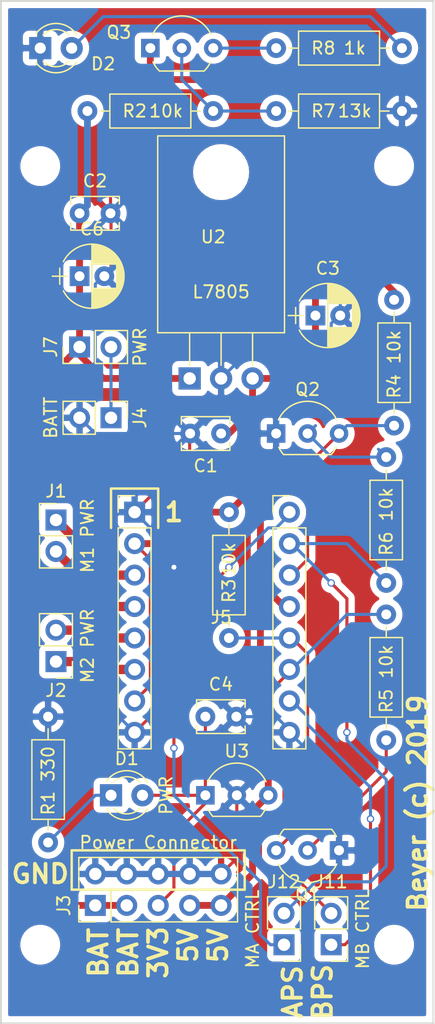
<source format=kicad_pcb>
(kicad_pcb (version 20171130) (host pcbnew "(5.1.4)-1")
  (layers (0 F.Cu signal hide) (31 B.Cu signal hide) (34 B.Paste user) (35 F.Paste user) (36 B.SilkS user) (37 F.SilkS user) (38 B.Mask user) (39 F.Mask user) (44 Edge.Cuts user))
  (net 0 "")
  (net 1 GND)
  (net 2 +5V)
  (net 3 +3V3)
  (net 4 "Net-(D1-Pad1)")
  (net 5 BPWM)
  (net 6 B2)
  (net 7 APWM)
  (net 8 A2)
  (net 9 B1)
  (net 10 A1)
  (net 11 "Net-(Q1-Pad2)")
  (net 12 "Net-(Q2-Pad2)")
  (net 13 +BATT)
  (net 14 "Net-(J1-Pad1)")
  (net 15 "Net-(J1-Pad2)")
  (net 16 "Net-(J2-Pad1)")
  (net 17 "Net-(J2-Pad2)")
  (net 18 "Net-(J4-Pad1)")
  (net 19 "Net-(D2-Pad2)")
  (net 20 "Net-(Q3-Pad3)")
  (net 21 "Net-(Q3-Pad2)")
  (module "" (layer F.Cu) (at 102.87 27.94)
    (fp_text reference "" (at 107.95 22.86) (layer F.SilkS) (effects (font (size 1.27 1.27))))
    (fp_text value "" (at 107.95 22.86) (layer F.SilkS) (effects (font (size 1.27 1.27))))
  )
  (module "" (layer F.Cu) (at 96.52 27.94)
    (fp_text reference "" (at 107.95 22.86) (layer F.SilkS) (effects (font (size 1.27 1.27))))
    (fp_text value "" (at 107.95 22.86) (layer F.SilkS) (effects (font (size 1.27 1.27))))
    (fp_text user 10k (at 12.7 0) (layer F.SilkS))
  )
  (module Package_TO_SOT_THT:TO-92_Inline_Wide (layer F.Cu) (at 107.95 22.86)
    (fp_text reference Q3 (at -2.54 -1.27) (layer F.SilkS))
    (fp_text value 2N3906)
    (pad 1 thru_hole rect (at 0 0 90) (size 1.5 1.5) (drill 0.8) (layers *.Cu *.Mask) (net 2 +5V))
    (pad 3 thru_hole circle (at 5.08 0 90) (size 1.5 1.5) (drill 0.8) (layers *.Cu *.Mask) (net 20 "Net-(Q3-Pad3)"))
    (pad 2 thru_hole circle (at 2.54 0 90) (size 1.5 1.5) (drill 0.8) (layers *.Cu *.Mask) (net 21 "Net-(Q3-Pad2)"))
  )
  (module Resistor_THT:R_Axial_DIN0207_L6.3mm_D2.5mm_P10.16mm_Horizontal (layer F.Cu) (at 118.11 22.86)
    (fp_text reference R8 (at 3.81 0) (layer F.SilkS))
    (fp_text value 1k)
    (pad 2 thru_hole oval (at 10.16 0) (size 1.6 1.6) (drill 0.8) (layers *.Cu *.Mask) (net 19 "Net-(D2-Pad2)"))
    (pad 1 thru_hole circle (at 0 0) (size 1.6 1.6) (drill 0.8) (layers *.Cu *.Mask) (net 20 "Net-(Q3-Pad3)"))
  )
  (module Resistor_THT:R_Axial_DIN0207_L6.3mm_D2.5mm_P10.16mm_Horizontal (layer F.Cu) (at 118.11 27.94)
    (fp_text reference R7 (at 3.81 0) (layer F.SilkS))
    (fp_text value 13k)
    (pad 2 thru_hole oval (at 10.16 0) (size 1.6 1.6) (drill 0.8) (layers *.Cu *.Mask) (net 1 GND))
    (pad 1 thru_hole circle (at 0 0) (size 1.6 1.6) (drill 0.8) (layers *.Cu *.Mask) (net 21 "Net-(Q3-Pad2)"))
  )
  (module Resistor_THT:R_Axial_DIN0207_L6.3mm_D2.5mm_P10.16mm_Horizontal (layer F.Cu) (at 102.87 27.94)
    (fp_text reference R2 (at 3.81 0) (layer F.SilkS))
    (fp_text value 10k)
    (pad 2 thru_hole oval (at 10.16 0) (size 1.6 1.6) (drill 0.8) (layers *.Cu *.Mask) (net 21 "Net-(Q3-Pad2)"))
    (pad 1 thru_hole circle (at 0 0) (size 1.6 1.6) (drill 0.8) (layers *.Cu *.Mask) (net 13 +BATT))
  )
  (module LED_THT:LED_D3.0mm (layer F.Cu) (at 99.06 22.86)
    (fp_text reference D2 (at 5.08 1.27) (layer F.SilkS))
    (fp_text value LED)
    (pad 2 thru_hole circle (at 2.54 0) (size 1.8 1.8) (drill 0.9) (layers *.Cu *.Mask) (net 19 "Net-(D2-Pad2)"))
    (pad 1 thru_hole rect (at 0 0) (size 1.8 1.8) (drill 0.9) (layers *.Cu *.Mask) (net 1 GND))
  )
  (module Package_TO_SOT_THT:TO-92L_Inline_Wide (layer F.Cu) (at 112.395 83.185)
    (fp_text reference U3 (at 2.54 -3.56) (layer F.SilkS))
    (fp_text value L78L33_TO92)
    (pad 1 thru_hole rect (at 0 0 90) (size 1.5 1.5) (drill 0.8) (layers *.Cu *.Mask) (net 3 +3V3))
    (pad 3 thru_hole circle (at 5.08 0 90) (size 1.5 1.5) (drill 0.8) (layers *.Cu *.Mask) (net 2 +5V))
    (pad 2 thru_hole circle (at 2.54 0 90) (size 1.5 1.5) (drill 0.8) (layers *.Cu *.Mask) (net 1 GND))
  )
  (module Package_TO_SOT_THT:TO-92L_Inline_Wide (layer F.Cu) (at 118.11 53.975)
    (fp_text reference Q2 (at 2.54 -3.56) (layer F.SilkS))
    (fp_text value 2N3904)
    (pad 1 thru_hole rect (at 0 0 90) (size 1.5 1.5) (drill 0.8) (layers *.Cu *.Mask) (net 1 GND))
    (pad 3 thru_hole circle (at 5.08 0 90) (size 1.5 1.5) (drill 0.8) (layers *.Cu *.Mask) (net 10 A1))
    (pad 2 thru_hole circle (at 2.54 0 90) (size 1.5 1.5) (drill 0.8) (layers *.Cu *.Mask) (net 12 "Net-(Q2-Pad2)"))
  )
  (module Package_TO_SOT_THT:TO-92L_Inline_Wide (layer F.Cu) (at 123.19 87.63 180)
    (fp_text reference Q1 (at 2.54 -3.56) (layer F.SilkS))
    (fp_text value 2N3904)
    (pad 1 thru_hole rect (at 0 0 270) (size 1.5 1.5) (drill 0.8) (layers *.Cu *.Mask) (net 1 GND))
    (pad 3 thru_hole circle (at 5.08 0 270) (size 1.5 1.5) (drill 0.8) (layers *.Cu *.Mask) (net 9 B1))
    (pad 2 thru_hole circle (at 2.54 0 270) (size 1.5 1.5) (drill 0.8) (layers *.Cu *.Mask) (net 11 "Net-(Q1-Pad2)"))
  )
  (module Capacitors_THT:C_Disc_D3.8mm_W2.6mm_P2.50mm (layer F.Cu) (at 112.395 76.835)
    (fp_text reference C4 (at 1.25 -2.61) (layer F.SilkS))
    (fp_text value 0.1uF)
    (pad 1 thru_hole circle (at 0 0) (size 1.6 1.6) (drill 0.8) (layers *.Cu *.Mask) (net 3 +3V3))
    (pad 2 thru_hole circle (at 2.5 0) (size 1.6 1.6) (drill 0.8) (layers *.Cu *.Mask) (net 1 GND))
  )
  (module Pin_Headers:Pin_Header_Straight_1x02_Pitch2.54mm (layer F.Cu) (at 100.33 60.96)
    (fp_text reference J1 (at 0 -2.33) (layer F.SilkS))
    (fp_text value "M1 PWR" (at 2.54 1.27 90) (layer F.SilkS))
    (pad 1 thru_hole rect (at 0 0) (size 1.7 1.7) (drill 1) (layers *.Cu *.Mask) (net 14 "Net-(J1-Pad1)"))
    (pad 2 thru_hole oval (at 0 2.54) (size 1.7 1.7) (drill 1) (layers *.Cu *.Mask) (net 15 "Net-(J1-Pad2)"))
  )
  (module Pin_Headers:Pin_Header_Straight_1x02_Pitch2.54mm (layer F.Cu) (at 100.33 72.39 180)
    (fp_text reference J2 (at 0 -2.33 180) (layer F.SilkS))
    (fp_text value "M2 PWR" (at -2.54 1.27 270) (layer F.SilkS))
    (pad 1 thru_hole rect (at 0 0 180) (size 1.7 1.7) (drill 1) (layers *.Cu *.Mask) (net 16 "Net-(J2-Pad1)"))
    (pad 2 thru_hole oval (at 0 2.54 180) (size 1.7 1.7) (drill 1) (layers *.Cu *.Mask) (net 17 "Net-(J2-Pad2)"))
  )
  (module TO_SOT_Packages_THT:TO-220-3_Horizontal (layer F.Cu) (at 111.125 49.53)
    (fp_text reference U2 (at 1.905 -11.43) (layer F.SilkS))
    (fp_text value L7805 (at 2.54 -6.985) (layer F.SilkS))
    (pad 0 np_thru_hole oval (at 2.54 -16.66) (size 3.5 3.5) (drill 3.5) (layers *.Cu *.Mask))
    (pad 1 thru_hole rect (at 0 0) (size 1.8 1.8) (drill 1) (layers *.Cu *.Mask) (net 13 +BATT))
    (pad 2 thru_hole oval (at 2.54 0) (size 1.8 1.8) (drill 1) (layers *.Cu *.Mask) (net 1 GND))
    (pad 3 thru_hole oval (at 5.08 0) (size 1.8 1.8) (drill 1) (layers *.Cu *.Mask) (net 2 +5V))
  )
  (module Capacitors_THT:CP_Radial_D5.0mm_P2.00mm (layer F.Cu) (at 102.235 41.275)
    (fp_text reference C6 (at 1 -3.81) (layer F.SilkS))
    (fp_text value 33uF)
    (pad 1 thru_hole rect (at 0 0) (size 1.6 1.6) (drill 0.8) (layers *.Cu *.Mask) (net 13 +BATT))
    (pad 2 thru_hole circle (at 2 0) (size 1.6 1.6) (drill 0.8) (layers *.Cu *.Mask) (net 1 GND))
  )
  (module LEDs:LED_D3.0mm (layer F.Cu) (at 104.775 83.185)
    (fp_text reference D1 (at 1.27 -2.96) (layer F.SilkS))
    (fp_text value PWR (at 4.445 0 90) (layer F.SilkS))
    (pad 1 thru_hole rect (at 0 0) (size 1.8 1.8) (drill 0.9) (layers *.Cu *.Mask) (net 4 "Net-(D1-Pad1)"))
    (pad 2 thru_hole circle (at 2.54 0) (size 1.8 1.8) (drill 0.9) (layers *.Cu *.Mask) (net 3 +3V3))
  )
  (module Pin_Headers:Pin_Header_Straight_1x02_Pitch2.54mm (layer F.Cu) (at 122.555 95.25 180)
    (fp_text reference J11 (at 0 5.08 180) (layer F.SilkS))
    (fp_text value "MB CTRL" (at -2.54 1.27 270) (layer F.SilkS))
    (pad 1 thru_hole rect (at 0 0 180) (size 1.7 1.7) (drill 1) (layers *.Cu *.Mask) (net 5 BPWM))
    (pad 2 thru_hole oval (at 0 2.54 180) (size 1.7 1.7) (drill 1) (layers *.Cu *.Mask) (net 6 B2))
  )
  (module Pin_Headers:Pin_Header_Straight_1x02_Pitch2.54mm (layer F.Cu) (at 118.745 95.25 180)
    (fp_text reference J12 (at 0 5.08 180) (layer F.SilkS))
    (fp_text value "MA CTRL" (at 2.54 1.27 270) (layer F.SilkS))
    (pad 1 thru_hole rect (at 0 0 180) (size 1.7 1.7) (drill 1) (layers *.Cu *.Mask) (net 7 APWM))
    (pad 2 thru_hole oval (at 0 2.54 180) (size 1.7 1.7) (drill 1) (layers *.Cu *.Mask) (net 8 A2))
  )
  (module Capacitors_THT:C_Disc_D3.8mm_W2.6mm_P2.50mm (layer F.Cu) (at 113.665 53.975 180)
    (fp_text reference C1 (at 1.25 -2.61 180) (layer F.SilkS))
    (fp_text value 0.1uF)
    (pad 1 thru_hole circle (at 0 0 180) (size 1.6 1.6) (drill 0.8) (layers *.Cu *.Mask) (net 2 +5V))
    (pad 2 thru_hole circle (at 2.5 0 180) (size 1.6 1.6) (drill 0.8) (layers *.Cu *.Mask) (net 1 GND))
  )
  (module Capacitors_THT:C_Disc_D3.8mm_W2.6mm_P2.50mm (layer F.Cu) (at 102.235 36.195)
    (fp_text reference C2 (at 1.25 -2.61) (layer F.SilkS))
    (fp_text value 0.1uF)
    (pad 1 thru_hole circle (at 0 0) (size 1.6 1.6) (drill 0.8) (layers *.Cu *.Mask) (net 13 +BATT))
    (pad 2 thru_hole circle (at 2.5 0) (size 1.6 1.6) (drill 0.8) (layers *.Cu *.Mask) (net 1 GND))
  )
  (module Capacitors_THT:CP_Radial_D5.0mm_P2.00mm (layer F.Cu) (at 121.285 44.45)
    (fp_text reference C3 (at 1 -3.81) (layer F.SilkS))
    (fp_text value 10uF)
    (pad 1 thru_hole rect (at 0 0) (size 1.6 1.6) (drill 0.8) (layers *.Cu *.Mask) (net 2 +5V))
    (pad 2 thru_hole circle (at 2 0) (size 1.6 1.6) (drill 0.8) (layers *.Cu *.Mask) (net 1 GND))
  )
  (module Pin_Headers:Pin_Header_Straight_2x05_Pitch2.54mm (layer F.Cu) (at 103.505 92.075 90)
    (fp_text reference J3 (at 0 -2.54 90) (layer F.SilkS))
    (fp_text value "Power Connector" (at 5.08 5.08 180) (layer F.SilkS))
    (pad 1 thru_hole rect (at 0 0 90) (size 1.7 1.7) (drill 1) (layers *.Cu *.Mask) (net 13 +BATT))
    (pad 2 thru_hole oval (at 2.54 0 90) (size 1.7 1.7) (drill 1) (layers *.Cu *.Mask) (net 1 GND))
    (pad 3 thru_hole oval (at 0 2.54 90) (size 1.7 1.7) (drill 1) (layers *.Cu *.Mask) (net 13 +BATT))
    (pad 4 thru_hole oval (at 2.54 2.54 90) (size 1.7 1.7) (drill 1) (layers *.Cu *.Mask) (net 1 GND))
    (pad 5 thru_hole oval (at 0 5.08 90) (size 1.7 1.7) (drill 1) (layers *.Cu *.Mask) (net 3 +3V3))
    (pad 6 thru_hole oval (at 2.54 5.08 90) (size 1.7 1.7) (drill 1) (layers *.Cu *.Mask) (net 1 GND))
    (pad 7 thru_hole oval (at 0 7.62 90) (size 1.7 1.7) (drill 1) (layers *.Cu *.Mask) (net 2 +5V))
    (pad 8 thru_hole oval (at 2.54 7.62 90) (size 1.7 1.7) (drill 1) (layers *.Cu *.Mask) (net 1 GND))
    (pad 9 thru_hole oval (at 0 10.16 90) (size 1.7 1.7) (drill 1) (layers *.Cu *.Mask) (net 2 +5V))
    (pad 10 thru_hole oval (at 2.54 10.16 90) (size 1.7 1.7) (drill 1) (layers *.Cu *.Mask) (net 1 GND))
  )
  (module Pin_Headers:Pin_Header_Straight_1x02_Pitch2.54mm (layer F.Cu) (at 104.775 52.705 270)
    (fp_text reference J4 (at 0 -2.33 270) (layer F.SilkS))
    (fp_text value BATT (at 0 4.87 270) (layer F.SilkS))
    (pad 1 thru_hole rect (at 0 0 270) (size 1.7 1.7) (drill 1) (layers *.Cu *.Mask) (net 18 "Net-(J4-Pad1)"))
    (pad 2 thru_hole oval (at 0 2.54 270) (size 1.7 1.7) (drill 1) (layers *.Cu *.Mask) (net 1 GND))
  )
  (module Mounting_Holes:MountingHole_2.2mm_M2 (layer F.Cu) (at 127.635 32.385)
    (fp_text reference "" (at 0 -3.2) (layer F.SilkS))
    (fp_text value "")
    (pad 1 np_thru_hole circle (at 0 0) (size 2.2 2.2) (drill 2.2) (layers *.Cu *.Mask))
  )
  (module Mounting_Holes:MountingHole_2.2mm_M2 (layer F.Cu) (at 99.06 32.385)
    (fp_text reference "" (at 0 -3.2) (layer F.SilkS))
    (fp_text value "")
    (pad 1 np_thru_hole circle (at 0 0) (size 2.2 2.2) (drill 2.2) (layers *.Cu *.Mask))
  )
  (module Mounting_Holes:MountingHole_2.2mm_M2 (layer F.Cu) (at 127.635 95.25)
    (fp_text reference "" (at 0 -3.2) (layer F.SilkS))
    (fp_text value "")
    (pad 1 np_thru_hole circle (at 0 0) (size 2.2 2.2) (drill 2.2) (layers *.Cu *.Mask))
  )
  (module Mounting_Holes:MountingHole_2.2mm_M2 (layer F.Cu) (at 99.06 95.25)
    (fp_text reference "" (at 0 -3.2) (layer F.SilkS))
    (fp_text value "")
    (pad 1 np_thru_hole circle (at 0 0) (size 2.2 2.2) (drill 2.2) (layers *.Cu *.Mask))
  )
  (module Pin_Headers:Pin_Header_Straight_1x02_Pitch2.54mm (layer F.Cu) (at 102.235 46.99 90)
    (fp_text reference J7 (at 0 -2.33 90) (layer F.SilkS))
    (fp_text value PWR (at 0 4.87 90) (layer F.SilkS))
    (pad 1 thru_hole rect (at 0 0 90) (size 1.7 1.7) (drill 1) (layers *.Cu *.Mask) (net 13 +BATT))
    (pad 2 thru_hole oval (at 0 2.54 90) (size 1.7 1.7) (drill 1) (layers *.Cu *.Mask) (net 18 "Net-(J4-Pad1)"))
  )
  (module bob:Pololu_TB6612 (layer F.Cu) (at 106.68 60.325)
    (fp_text reference J5 (at 7 8.5) (layer F.SilkS))
    (fp_text value TB6612_Motor_Driver)
    (pad 9 thru_hole oval (at 12.5 17.78) (size 1.7 1.7) (drill 1) (layers *.Cu *.Mask) (net 1 GND))
    (pad 10 thru_hole oval (at 12.5 15.24) (size 1.7 1.7) (drill 1) (layers *.Cu *.Mask) (net 5 BPWM))
    (pad 11 thru_hole oval (at 12.5 12.7) (size 1.7 1.7) (drill 1) (layers *.Cu *.Mask) (net 6 B2))
    (pad 12 thru_hole oval (at 12.5 10.16) (size 1.7 1.7) (drill 1) (layers *.Cu *.Mask) (net 9 B1))
    (pad 13 thru_hole oval (at 12.5 7.62) (size 1.7 1.7) (drill 1) (layers *.Cu *.Mask) (net 2 +5V))
    (pad 14 thru_hole oval (at 12.5 5.08) (size 1.7 1.7) (drill 1) (layers *.Cu *.Mask) (net 10 A1))
    (pad 15 thru_hole oval (at 12.5 2.54) (size 1.7 1.7) (drill 1) (layers *.Cu *.Mask) (net 8 A2))
    (pad 16 thru_hole circle (at 12.5 0) (size 1.7 1.7) (drill 1) (layers *.Cu *.Mask) (net 7 APWM))
    (pad 1 thru_hole rect (at 0 0) (size 1.7 1.7) (drill 1) (layers *.Cu *.Mask) (net 1 GND))
    (pad 2 thru_hole oval (at 0 2.54) (size 1.7 1.7) (drill 1) (layers *.Cu *.Mask) (net 2 +5V))
    (pad 3 thru_hole oval (at 0 5.08) (size 1.7 1.7) (drill 1) (layers *.Cu *.Mask) (net 14 "Net-(J1-Pad1)"))
    (pad 4 thru_hole oval (at 0 7.62) (size 1.7 1.7) (drill 1) (layers *.Cu *.Mask) (net 15 "Net-(J1-Pad2)"))
    (pad 5 thru_hole oval (at 0 10.16) (size 1.7 1.7) (drill 1) (layers *.Cu *.Mask) (net 17 "Net-(J2-Pad2)"))
    (pad 6 thru_hole oval (at 0 12.7) (size 1.7 1.7) (drill 1) (layers *.Cu *.Mask) (net 16 "Net-(J2-Pad1)"))
    (pad 7 thru_hole oval (at 0 15.24) (size 1.7 1.7) (drill 1) (layers *.Cu *.Mask) (net 2 +5V))
    (pad 8 thru_hole oval (at 0 17.78) (size 1.7 1.7) (drill 1) (layers *.Cu *.Mask) (net 1 GND))
  )
  (module Resistors_THT:R_Axial_DIN0207_L6.3mm_D2.5mm_P10.16mm_Horizontal (layer F.Cu) (at 99.695 86.995 90)
    (fp_text reference R1 (at 3.175 0 90) (layer F.SilkS))
    (fp_text value 330 (at 6.35 0 90) (layer F.SilkS))
    (pad 1 thru_hole circle (at 0 0 90) (size 1.6 1.6) (drill 0.8) (layers *.Cu *.Mask) (net 4 "Net-(D1-Pad1)"))
    (pad 2 thru_hole oval (at 10.16 0 90) (size 1.6 1.6) (drill 0.8) (layers *.Cu *.Mask) (net 1 GND))
  )
  (module Resistors_THT:R_Axial_DIN0207_L6.3mm_D2.5mm_P10.16mm_Horizontal (layer F.Cu) (at 114.3 70.485 90)
    (fp_text reference R3 (at 3.81 0 90) (layer F.SilkS))
    (fp_text value 10k (at 6.35 0 90) (layer F.SilkS))
    (pad 1 thru_hole circle (at 0 0 90) (size 1.6 1.6) (drill 0.8) (layers *.Cu *.Mask) (net 9 B1))
    (pad 2 thru_hole oval (at 10.16 0 90) (size 1.6 1.6) (drill 0.8) (layers *.Cu *.Mask) (net 2 +5V))
  )
  (module Resistors_THT:R_Axial_DIN0207_L6.3mm_D2.5mm_P10.16mm_Horizontal (layer F.Cu) (at 127.635 53.34 90)
    (fp_text reference R4 (at 3.175 0 90) (layer F.SilkS))
    (fp_text value 10k (at 6.35 0 90) (layer F.SilkS))
    (pad 1 thru_hole circle (at 0 0 90) (size 1.6 1.6) (drill 0.8) (layers *.Cu *.Mask) (net 10 A1))
    (pad 2 thru_hole oval (at 10.16 0 90) (size 1.6 1.6) (drill 0.8) (layers *.Cu *.Mask) (net 2 +5V))
  )
  (module Resistors_THT:R_Axial_DIN0207_L6.3mm_D2.5mm_P10.16mm_Horizontal (layer F.Cu) (at 127 68.58 270)
    (fp_text reference R5 (at 6.985 0 270) (layer F.SilkS))
    (fp_text value 10k (at 3.81 0 270) (layer F.SilkS))
    (pad 1 thru_hole circle (at 0 0 270) (size 1.6 1.6) (drill 0.8) (layers *.Cu *.Mask) (net 6 B2))
    (pad 2 thru_hole oval (at 10.16 0 270) (size 1.6 1.6) (drill 0.8) (layers *.Cu *.Mask) (net 11 "Net-(Q1-Pad2)"))
  )
  (module Resistors_THT:R_Axial_DIN0207_L6.3mm_D2.5mm_P10.16mm_Horizontal (layer F.Cu) (at 127 66.04 90)
    (fp_text reference R6 (at 3.175 0 90) (layer F.SilkS))
    (fp_text value 10k (at 6.35 0 90) (layer F.SilkS))
    (pad 1 thru_hole circle (at 0 0 90) (size 1.6 1.6) (drill 0.8) (layers *.Cu *.Mask) (net 8 A2))
    (pad 2 thru_hole oval (at 10.16 0 90) (size 1.6 1.6) (drill 0.8) (layers *.Cu *.Mask) (net 12 "Net-(Q2-Pad2)"))
  )
  (gr_text "Beyer (c) 2019" (at 129.54 83.82 90) (layer F.SilkS) (effects (font (size 1.5 1.5) (thickness 0.3))))
  (gr_text 1k (at 124.46 22.86) (layer F.SilkS) (effects (font (size 1 1))))
  (gr_text "13k\n" (at 124.46 27.94) (layer F.SilkS) (effects (font (size 1 1))))
  (gr_text GND (at 99.06 89.535) (layer F.SilkS) (effects (font (size 1.5 1.5) (thickness 0.3))))
  (gr_line (start 101.6 87.63) (end 101.6 90.805) (angle 90) (layer F.SilkS) (width 0.2))
  (gr_line (start 115.57 87.63) (end 101.6 87.63) (angle 90) (layer F.SilkS) (width 0.2))
  (gr_line (start 115.57 90.805) (end 115.57 87.63) (angle 90) (layer F.SilkS) (width 0.2))
  (gr_line (start 101.6 90.805) (end 115.57 90.805) (angle 90) (layer F.SilkS) (width 0.2))
  (gr_text 1 (at 109.855 60.325) (layer F.SilkS) (effects (font (size 1.5 1.5) (thickness 0.3))))
  (gr_line (start 104.775 58.42) (end 104.775 61.595) (angle 90) (layer F.SilkS) (width 0.2))
  (gr_line (start 108.585 58.42) (end 108.585 61.595) (angle 90) (layer F.SilkS) (width 0.2))
  (gr_line (start 104.775 58.42) (end 108.585 58.42) (angle 90) (layer F.SilkS) (width 0.2))
  (gr_text "APS\nBPS" (at 120.65 99.06 90) (layer F.SilkS) (effects (font (size 1.5 1.5) (thickness 0.3))))
  (gr_text "BAT\nBAT\n3V3\n 5V\n 5V" (at 108.585 95.885 90) (layer F.SilkS) (effects (font (size 1.5 1.5) (thickness 0.3))))
  (gr_line (start 95.885 93.98) (end 95.885 101.6) (angle 90) (layer Edge.Cuts) (width 0.15))
  (gr_line (start 130.81 93.98) (end 130.81 101.6) (angle 90) (layer Edge.Cuts) (width 0.15))
  (gr_line (start 95.885 19.05) (end 130.81 19.05) (angle 90) (layer Edge.Cuts) (width 0.15))
  (gr_line (start 130.81 93.98) (end 130.81 77.47) (angle 90) (layer Edge.Cuts) (width 0.15))
  (gr_line (start 95.885 101.6) (end 130.81 101.6) (angle 90) (layer Edge.Cuts) (width 0.15))
  (gr_line (start 95.885 77.47) (end 95.885 93.98) (angle 90) (layer Edge.Cuts) (width 0.15))
  (gr_line (start 95.885 19.05) (end 95.885 77.47) (angle 90) (layer Edge.Cuts) (width 0.15))
  (gr_line (start 130.81 19.05) (end 130.81 77.47) (angle 90) (layer Edge.Cuts) (width 0.15))
  (segment (start 113.665 49.53) (end 117.475 45.72) (width 0.25) (layer B.Cu) (net 1))
  (segment (start 117.475 45.72) (end 122.555 45.72) (width 0.25) (layer B.Cu) (net 1))
  (segment (start 122.555 45.72) (end 122.555 45.085) (width 0.25) (layer B.Cu) (net 1))
  (segment (start 122.555 45.085) (end 123.19 44.45) (width 0.25) (layer B.Cu) (net 1))
  (segment (start 123.19 44.45) (end 123.285 44.45) (width 0.25) (layer B.Cu) (net 1))
  (segment (start 106.68 60.325) (end 111.125 55.88) (width 0.25) (layer F.Cu) (net 1))
  (segment (start 111.125 55.88) (end 111.125 53.975) (width 0.25) (layer F.Cu) (net 1))
  (segment (start 111.125 53.975) (end 111.165 53.975) (width 0.25) (layer F.Cu) (net 1))
  (segment (start 119.18 78.105) (end 119.38 78.105) (width 0.25) (layer B.Cu) (net 1))
  (segment (start 102.235 52.705) (end 102.235 49.53) (width 0.25) (layer B.Cu) (net 1))
  (segment (start 102.235 49.53) (end 103.505 48.26) (width 0.25) (layer B.Cu) (net 1))
  (segment (start 103.505 48.26) (end 103.505 41.91) (width 0.25) (layer B.Cu) (net 1))
  (segment (start 103.505 41.91) (end 104.14 41.275) (width 0.25) (layer B.Cu) (net 1))
  (segment (start 104.14 41.275) (end 104.235 41.275) (width 0.25) (layer B.Cu) (net 1))
  (segment (start 106.68 78.105) (end 109.855 74.93) (width 0.25) (layer F.Cu) (net 1))
  (segment (start 109.855 74.93) (end 109.855 64.77) (width 0.25) (layer F.Cu) (net 1))
  (via (at 109.855 64.77) (size 0.6) (layers F.Cu B.Cu) (net 1))
  (segment (start 109.855 64.77) (end 109.855 63.5) (width 0.25) (layer B.Cu) (net 1))
  (segment (start 109.855 63.5) (end 106.68 60.325) (width 0.25) (layer B.Cu) (net 1))
  (segment (start 111.165 53.975) (end 111.125 53.975) (width 0.25) (layer F.Cu) (net 1))
  (segment (start 111.125 53.975) (end 113.665 51.435) (width 0.25) (layer F.Cu) (net 1))
  (segment (start 113.665 51.435) (end 113.665 49.53) (width 0.25) (layer F.Cu) (net 1))
  (segment (start 111.165 53.975) (end 103.505 53.975) (width 0.25) (layer B.Cu) (net 1))
  (segment (start 103.505 53.975) (end 102.235 52.705) (width 0.25) (layer B.Cu) (net 1))
  (segment (start 114.895 76.835) (end 114.935 76.835) (width 0.25) (layer B.Cu) (net 1))
  (segment (start 114.935 76.835) (end 113.665 78.105) (width 0.25) (layer B.Cu) (net 1))
  (segment (start 113.665 78.105) (end 106.68 78.105) (width 0.25) (layer B.Cu) (net 1))
  (segment (start 106.68 78.105) (end 105.41 76.835) (width 0.25) (layer B.Cu) (net 1))
  (segment (start 105.41 76.835) (end 99.695 76.835) (width 0.25) (layer B.Cu) (net 1))
  (segment (start 114.895 76.835) (end 114.935 76.835) (width 0.25) (layer F.Cu) (net 1))
  (segment (start 114.935 76.835) (end 113.665 78.105) (width 0.25) (layer F.Cu) (net 1))
  (segment (start 119.18 78.105) (end 119.38 78.105) (width 0.25) (layer B.Cu) (net 1))
  (segment (start 119.38 78.105) (end 118.11 76.835) (width 0.25) (layer B.Cu) (net 1))
  (segment (start 118.11 76.835) (end 114.895 76.835) (width 0.25) (layer B.Cu) (net 1))
  (segment (start 111.165 53.975) (end 111.125 53.975) (width 0.25) (layer B.Cu) (net 1))
  (segment (start 111.125 53.975) (end 112.395 52.705) (width 0.25) (layer B.Cu) (net 1))
  (segment (start 112.395 52.705) (end 114.935 52.705) (width 0.25) (layer B.Cu) (net 1))
  (segment (start 114.935 52.705) (end 116.205 53.975) (width 0.25) (layer B.Cu) (net 1))
  (segment (start 116.205 53.975) (end 118.11 53.975) (width 0.25) (layer B.Cu) (net 1))
  (segment (start 104.235 41.275) (end 104.14 41.275) (width 0.25) (layer F.Cu) (net 1))
  (segment (start 104.14 41.275) (end 104.775 40.64) (width 0.25) (layer F.Cu) (net 1))
  (segment (start 104.775 40.64) (end 104.775 36.195) (width 0.25) (layer F.Cu) (net 1))
  (segment (start 104.775 36.195) (end 104.735 36.195) (width 0.25) (layer F.Cu) (net 1))
  (segment (start 111.125 89.535) (end 108.585 89.535) (width 0.25) (layer B.Cu) (net 1))
  (segment (start 108.585 89.535) (end 106.045 89.535) (width 0.25) (layer B.Cu) (net 1))
  (segment (start 106.045 89.535) (end 103.505 89.535) (width 0.25) (layer B.Cu) (net 1))
  (segment (start 113.665 89.535) (end 111.125 89.535) (width 0.25) (layer B.Cu) (net 1))
  (segment (start 119.38 78.105) (end 119.38 78.74) (width 0.25) (layer B.Cu) (net 1))
  (segment (start 123.19 82.115) (end 123.19 87.63) (width 0.25) (layer B.Cu) (net 1))
  (segment (start 119.18 78.105) (end 123.19 82.115) (width 0.25) (layer B.Cu) (net 1))
  (segment (start 113.665 81.915) (end 114.935 83.185) (width 0.25) (layer F.Cu) (net 1))
  (segment (start 113.665 78.105) (end 113.665 81.915) (width 0.25) (layer F.Cu) (net 1))
  (segment (start 114.935 88.265) (end 113.665 89.535) (width 0.25) (layer F.Cu) (net 1))
  (segment (start 114.935 83.185) (end 114.935 88.265) (width 0.25) (layer F.Cu) (net 1))
  (segment (start 123.285 44.45) (end 123.285 32.925) (width 0.25) (layer B.Cu) (net 1))
  (segment (start 99.06 22.86) (end 99.06 27.94) (width 0.25) (layer F.Cu) (net 1))
  (segment (start 104.735 33.615) (end 104.735 36.195) (width 0.25) (layer F.Cu) (net 1))
  (segment (start 99.06 27.94) (end 104.735 33.615) (width 0.25) (layer F.Cu) (net 1))
  (segment (start 128.27 27.94) (end 125.73 27.94) (width 0.25) (layer B.Cu) (net 1))
  (segment (start 123.285 30.385) (end 123.285 32.925) (width 0.25) (layer B.Cu) (net 1))
  (segment (start 125.73 27.94) (end 123.285 30.385) (width 0.25) (layer B.Cu) (net 1))
  (segment (start 106.68 75.565) (end 107.95 74.295) (width 0.25) (layer F.Cu) (net 2))
  (segment (start 107.95 74.295) (end 107.95 64.135) (width 0.25) (layer F.Cu) (net 2))
  (segment (start 107.95 64.135) (end 106.68 62.865) (width 0.25) (layer F.Cu) (net 2))
  (segment (start 116.84 81.28) (end 116.84 66.04) (width 0.55) (layer F.Cu) (net 2))
  (segment (start 106.68 62.865) (end 109.855 62.865) (width 0.55) (layer F.Cu) (net 2))
  (segment (start 112.395 60.325) (end 114.3 60.325) (width 0.55) (layer F.Cu) (net 2))
  (segment (start 109.855 62.865) (end 112.395 60.325) (width 0.55) (layer F.Cu) (net 2))
  (segment (start 119.18 67.945) (end 118.745 67.945) (width 0.55) (layer F.Cu) (net 2))
  (segment (start 118.745 67.945) (end 116.84 66.04) (width 0.55) (layer F.Cu) (net 2))
  (segment (start 116.84 66.04) (end 116.84 60.325) (width 0.55) (layer F.Cu) (net 2))
  (segment (start 116.84 60.325) (end 115.57 59.055) (width 0.55) (layer F.Cu) (net 2))
  (segment (start 113.665 53.975) (end 114.3 53.975) (width 0.55) (layer F.Cu) (net 2))
  (segment (start 114.3 53.975) (end 115.57 52.705) (width 0.55) (layer F.Cu) (net 2))
  (segment (start 116.205 49.53) (end 116.205 51.435) (width 0.55) (layer F.Cu) (net 2))
  (segment (start 115.57 59.055) (end 114.3 60.325) (width 0.55) (layer F.Cu) (net 2))
  (segment (start 115.57 52.07) (end 115.57 52.705) (width 0.55) (layer F.Cu) (net 2))
  (segment (start 115.57 52.705) (end 115.57 59.055) (width 0.55) (layer F.Cu) (net 2))
  (segment (start 116.205 51.435) (end 115.57 52.07) (width 0.55) (layer F.Cu) (net 2))
  (segment (start 127.635 43.18) (end 127.635 42.545) (width 0.55) (layer F.Cu) (net 2))
  (segment (start 127.635 42.545) (end 125.73 40.64) (width 0.55) (layer F.Cu) (net 2))
  (segment (start 125.73 40.64) (end 122.555 40.64) (width 0.55) (layer F.Cu) (net 2))
  (segment (start 122.555 40.64) (end 121.285 41.91) (width 0.55) (layer F.Cu) (net 2))
  (segment (start 116.205 49.53) (end 118.11 49.53) (width 0.55) (layer F.Cu) (net 2))
  (segment (start 121.285 46.355) (end 121.285 44.45) (width 0.55) (layer F.Cu) (net 2))
  (segment (start 118.11 49.53) (end 121.285 46.355) (width 0.55) (layer F.Cu) (net 2))
  (segment (start 113.665 92.075) (end 111.125 92.075) (width 0.55) (layer F.Cu) (net 2))
  (segment (start 117.475 81.915) (end 117.475 83.185) (width 0.55) (layer F.Cu) (net 2))
  (segment (start 116.84 81.28) (end 117.475 81.915) (width 0.55) (layer F.Cu) (net 2))
  (segment (start 116.205 89.535) (end 113.665 92.075) (width 0.55) (layer F.Cu) (net 2))
  (segment (start 117.475 83.185) (end 116.205 84.455) (width 0.55) (layer F.Cu) (net 2))
  (segment (start 116.205 84.455) (end 116.205 89.535) (width 0.55) (layer F.Cu) (net 2))
  (segment (start 120.65 27.94) (end 120.65 41.91) (width 0.55) (layer F.Cu) (net 2))
  (segment (start 121.285 42.545) (end 121.285 44.45) (width 0.55) (layer F.Cu) (net 2))
  (segment (start 118.11 25.4) (end 120.65 27.94) (width 0.55) (layer F.Cu) (net 2))
  (segment (start 121.285 41.91) (end 121.285 42.545) (width 0.55) (layer F.Cu) (net 2))
  (segment (start 120.65 41.91) (end 121.285 42.545) (width 0.55) (layer F.Cu) (net 2))
  (segment (start 107.95 24.16) (end 107.95 22.86) (width 0.55) (layer F.Cu) (net 2))
  (segment (start 109.19 25.4) (end 107.95 24.16) (width 0.55) (layer F.Cu) (net 2))
  (segment (start 118.11 25.4) (end 109.19 25.4) (width 0.55) (layer F.Cu) (net 2))
  (segment (start 112.395 83.185) (end 112.395 83.82) (width 0.25) (layer F.Cu) (net 3))
  (segment (start 112.395 83.82) (end 109.855 86.36) (width 0.25) (layer F.Cu) (net 3))
  (segment (start 109.855 90.805) (end 108.585 92.075) (width 0.25) (layer F.Cu) (net 3))
  (segment (start 109.855 86.36) (end 109.855 90.805) (width 0.25) (layer F.Cu) (net 3))
  (segment (start 112.395 76.835) (end 112.395 83.185) (width 0.25) (layer F.Cu) (net 3))
  (segment (start 112.395 83.185) (end 107.315 83.185) (width 0.25) (layer F.Cu) (net 3))
  (segment (start 99.695 86.995) (end 103.505 83.185) (width 0.25) (layer B.Cu) (net 4))
  (segment (start 103.505 83.185) (end 104.775 83.185) (width 0.25) (layer B.Cu) (net 4))
  (segment (start 119.18 75.565) (end 119.38 75.565) (width 0.25) (layer B.Cu) (net 5))
  (segment (start 119.38 75.565) (end 120.65 76.835) (width 0.25) (layer B.Cu) (net 5))
  (segment (start 120.65 76.835) (end 120.65 77.47) (width 0.25) (layer B.Cu) (net 5))
  (segment (start 120.65 77.47) (end 125.73 82.55) (width 0.25) (layer B.Cu) (net 5))
  (via (at 125.73 85.09) (size 0.6) (layers F.Cu B.Cu) (net 5))
  (segment (start 123.655 95.25) (end 122.555 95.25) (width 0.25) (layer F.Cu) (net 5))
  (segment (start 125.73 93.175) (end 123.655 95.25) (width 0.25) (layer F.Cu) (net 5))
  (segment (start 125.73 85.09) (end 125.73 93.175) (width 0.25) (layer F.Cu) (net 5))
  (segment (start 125.73 82.55) (end 125.73 85.09) (width 0.25) (layer B.Cu) (net 5))
  (segment (start 119.18 73.025) (end 119.38 73.025) (width 0.25) (layer F.Cu) (net 6))
  (segment (start 119.38 73.025) (end 118.11 74.295) (width 0.25) (layer F.Cu) (net 6))
  (segment (start 118.11 74.295) (end 117.475 74.295) (width 0.25) (layer F.Cu) (net 6))
  (segment (start 117.475 74.295) (end 117.475 79.375) (width 0.25) (layer F.Cu) (net 6))
  (segment (start 117.475 79.375) (end 118.745 80.645) (width 0.25) (layer F.Cu) (net 6))
  (segment (start 118.745 80.645) (end 118.745 84.455) (width 0.25) (layer F.Cu) (net 6))
  (segment (start 119.18 73.025) (end 119.38 73.025) (width 0.25) (layer B.Cu) (net 6))
  (segment (start 119.38 73.025) (end 123.825 68.58) (width 0.25) (layer B.Cu) (net 6))
  (segment (start 123.825 68.58) (end 127 68.58) (width 0.25) (layer B.Cu) (net 6))
  (segment (start 118.745 84.455) (end 116.84 86.36) (width 0.25) (layer F.Cu) (net 6))
  (segment (start 116.84 86.36) (end 116.84 88.9) (width 0.25) (layer F.Cu) (net 6))
  (segment (start 116.84 88.9) (end 118.11 90.17) (width 0.25) (layer F.Cu) (net 6))
  (segment (start 120.015 90.17) (end 122.555 92.71) (width 0.25) (layer F.Cu) (net 6))
  (segment (start 118.11 90.17) (end 120.015 90.17) (width 0.25) (layer F.Cu) (net 6))
  (segment (start 119.18 60.325) (end 119.38 60.325) (width 0.25) (layer B.Cu) (net 7))
  (segment (start 119.38 60.325) (end 118.11 61.595) (width 0.25) (layer B.Cu) (net 7))
  (segment (start 118.11 61.595) (end 117.475 61.595) (width 0.25) (layer B.Cu) (net 7))
  (segment (start 117.475 61.595) (end 114.3 64.77) (width 0.25) (layer B.Cu) (net 7))
  (via (at 114.3 64.77) (size 0.6) (layers F.Cu B.Cu) (net 7))
  (segment (start 114.3 64.77) (end 111.125 67.945) (width 0.25) (layer F.Cu) (net 7))
  (segment (start 111.125 67.945) (end 111.125 75.565) (width 0.25) (layer F.Cu) (net 7))
  (segment (start 111.125 75.565) (end 109.855 76.835) (width 0.25) (layer F.Cu) (net 7))
  (segment (start 109.855 76.835) (end 109.855 79.375) (width 0.25) (layer F.Cu) (net 7))
  (via (at 109.855 79.375) (size 0.6) (layers F.Cu B.Cu) (net 7))
  (segment (start 116.84 94.445) (end 117.645 95.25) (width 0.25) (layer B.Cu) (net 7))
  (segment (start 117.645 95.25) (end 118.745 95.25) (width 0.25) (layer B.Cu) (net 7))
  (segment (start 116.84 90.17) (end 116.84 94.445) (width 0.25) (layer B.Cu) (net 7))
  (segment (start 109.855 83.185) (end 116.84 90.17) (width 0.25) (layer B.Cu) (net 7))
  (segment (start 109.855 79.375) (end 109.855 83.185) (width 0.25) (layer B.Cu) (net 7))
  (segment (start 119.18 62.865) (end 119.38 62.865) (width 0.25) (layer B.Cu) (net 8))
  (segment (start 119.38 62.865) (end 122.555 66.04) (width 0.25) (layer B.Cu) (net 8))
  (via (at 122.555 66.04) (size 0.6) (layers F.Cu B.Cu) (net 8))
  (segment (start 122.555 66.04) (end 123.825 67.31) (width 0.25) (layer F.Cu) (net 8))
  (segment (start 123.825 67.31) (end 123.825 78.105) (width 0.25) (layer F.Cu) (net 8))
  (via (at 123.825 78.105) (size 0.6) (layers F.Cu B.Cu) (net 8))
  (segment (start 127 66.04) (end 123.825 62.865) (width 0.25) (layer B.Cu) (net 8))
  (segment (start 123.825 62.865) (end 119.18 62.865) (width 0.25) (layer B.Cu) (net 8))
  (segment (start 123.825 78.74) (end 123.825 78.105) (width 0.25) (layer B.Cu) (net 8))
  (segment (start 120.015 91.44) (end 121.285 90.17) (width 0.25) (layer B.Cu) (net 8))
  (segment (start 121.285 90.17) (end 125.73 90.17) (width 0.25) (layer B.Cu) (net 8))
  (segment (start 125.73 90.17) (end 127 88.9) (width 0.25) (layer B.Cu) (net 8))
  (segment (start 127 88.9) (end 127 81.915) (width 0.25) (layer B.Cu) (net 8))
  (segment (start 127 81.915) (end 123.825 78.74) (width 0.25) (layer B.Cu) (net 8))
  (segment (start 120.015 91.44) (end 118.745 92.71) (width 0.25) (layer B.Cu) (net 8))
  (segment (start 119.18 70.485) (end 114.3 70.485) (width 0.25) (layer B.Cu) (net 9))
  (segment (start 120.65 85.09) (end 118.11 87.63) (width 0.25) (layer F.Cu) (net 9))
  (segment (start 120.65 71.755) (end 120.65 85.09) (width 0.25) (layer F.Cu) (net 9))
  (segment (start 119.18 70.485) (end 119.38 70.485) (width 0.25) (layer F.Cu) (net 9))
  (segment (start 119.38 70.485) (end 120.65 71.755) (width 0.25) (layer F.Cu) (net 9))
  (segment (start 120.65 64.135) (end 119.38 65.405) (width 0.25) (layer F.Cu) (net 10))
  (segment (start 119.38 65.405) (end 119.18 65.405) (width 0.25) (layer F.Cu) (net 10))
  (segment (start 123.825 53.34) (end 123.19 53.975) (width 0.25) (layer B.Cu) (net 10))
  (segment (start 127.635 53.34) (end 123.825 53.34) (width 0.25) (layer B.Cu) (net 10))
  (segment (start 120.65 56.515) (end 123.19 53.975) (width 0.25) (layer F.Cu) (net 10))
  (segment (start 120.65 64.135) (end 120.65 56.515) (width 0.25) (layer F.Cu) (net 10))
  (segment (start 127 81.28) (end 120.65 87.63) (width 0.25) (layer F.Cu) (net 11))
  (segment (start 127 78.74) (end 127 81.28) (width 0.25) (layer F.Cu) (net 11))
  (segment (start 120.65 53.975) (end 121.285 53.34) (width 0.25) (layer B.Cu) (net 12))
  (segment (start 127 55.88) (end 126.365 55.245) (width 0.25) (layer B.Cu) (net 12))
  (segment (start 122.555 55.88) (end 120.65 53.975) (width 0.25) (layer B.Cu) (net 12))
  (segment (start 127 55.88) (end 122.555 55.88) (width 0.25) (layer B.Cu) (net 12))
  (segment (start 102.235 46.99) (end 102.235 47.625) (width 0.55) (layer F.Cu) (net 13))
  (segment (start 102.235 47.625) (end 104.14 49.53) (width 0.55) (layer F.Cu) (net 13))
  (segment (start 104.14 49.53) (end 111.125 49.53) (width 0.55) (layer F.Cu) (net 13))
  (segment (start 102.235 41.275) (end 102.235 36.195) (width 0.55) (layer F.Cu) (net 13))
  (segment (start 106.045 92.075) (end 103.505 92.075) (width 0.55) (layer F.Cu) (net 13))
  (segment (start 103.505 92.075) (end 101.6 92.075) (width 0.55) (layer F.Cu) (net 13))
  (segment (start 101.6 92.075) (end 100.965 91.44) (width 0.55) (layer F.Cu) (net 13))
  (segment (start 100.965 91.44) (end 99.695 91.44) (width 0.55) (layer F.Cu) (net 13))
  (segment (start 99.695 91.44) (end 97.79 89.535) (width 0.55) (layer F.Cu) (net 13))
  (segment (start 97.79 89.535) (end 97.79 51.435) (width 0.55) (layer F.Cu) (net 13))
  (segment (start 97.79 51.435) (end 102.235 46.99) (width 0.55) (layer F.Cu) (net 13))
  (segment (start 102.235 46.99) (end 102.235 41.275) (width 0.55) (layer F.Cu) (net 13))
  (segment (start 102.87 35.56) (end 102.235 36.195) (width 0.55) (layer B.Cu) (net 13))
  (segment (start 102.87 27.94) (end 102.87 35.56) (width 0.55) (layer B.Cu) (net 13))
  (segment (start 106.68 65.405) (end 104.775 65.405) (width 0.75) (layer F.Cu) (net 14))
  (segment (start 104.775 65.405) (end 100.33 60.96) (width 0.75) (layer F.Cu) (net 14))
  (segment (start 106.68 67.945) (end 104.775 67.945) (width 0.75) (layer F.Cu) (net 15))
  (segment (start 104.775 67.945) (end 100.33 63.5) (width 0.75) (layer F.Cu) (net 15))
  (segment (start 106.68 73.025) (end 104.14 73.025) (width 0.75) (layer F.Cu) (net 16))
  (segment (start 103.505 72.39) (end 100.33 72.39) (width 0.75) (layer F.Cu) (net 16))
  (segment (start 104.14 73.025) (end 103.505 72.39) (width 0.75) (layer F.Cu) (net 16))
  (segment (start 106.68 70.485) (end 103.505 70.485) (width 0.75) (layer F.Cu) (net 17))
  (segment (start 102.87 69.85) (end 100.33 69.85) (width 0.75) (layer F.Cu) (net 17))
  (segment (start 103.505 70.485) (end 102.87 69.85) (width 0.75) (layer F.Cu) (net 17))
  (segment (start 104.775 52.705) (end 104.775 46.99) (width 0.25) (layer B.Cu) (net 18))
  (segment (start 102.499999 21.960001) (end 101.6 22.86) (width 0.25) (layer B.Cu) (net 19))
  (segment (start 104.14 20.32) (end 102.499999 21.960001) (width 0.25) (layer B.Cu) (net 19))
  (segment (start 125.73 20.32) (end 104.14 20.32) (width 0.25) (layer B.Cu) (net 19))
  (segment (start 128.27 22.86) (end 125.73 20.32) (width 0.25) (layer B.Cu) (net 19))
  (segment (start 113.03 22.86) (end 118.11 22.86) (width 0.25) (layer B.Cu) (net 20))
  (segment (start 113.03 27.94) (end 118.11 27.94) (width 0.25) (layer B.Cu) (net 21))
  (segment (start 110.49 25.4) (end 113.03 27.94) (width 0.25) (layer B.Cu) (net 21))
  (segment (start 110.49 22.86) (end 110.49 25.4) (width 0.25) (layer B.Cu) (net 21))
  (zone (net 1) (net_name GND) (layer F.Cu) (connect_pads (clearance 0.508)) (min_thickness 0.254) (fill yes (arc_segments 32) (thermal_gap 0.508) (thermal_bridge_width 0.508))
    (polygon (pts (xy 130.81 19.05) (xy 95.885 19.05) (xy 95.885 101.6) (xy 130.81 101.6)))
  )
  (zone (net 1) (net_name GND) (layer B.Cu) (connect_pads (clearance 0.508)) (min_thickness 0.254) (fill yes (arc_segments 32) (thermal_gap 0.508) (thermal_bridge_width 0.508))
    (polygon (pts (xy 130.81 19.05) (xy 95.885 19.05) (xy 95.885 101.6) (xy 130.81 101.6)))
  )
)
</source>
